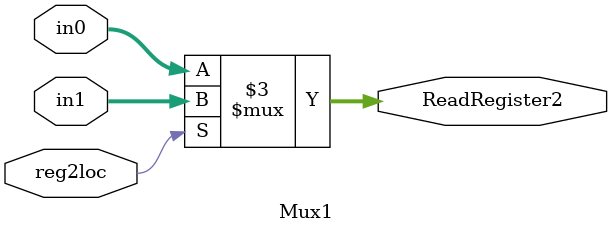
<source format=v>
`timescale 1ns / 1ps


module Mux1(ReadRegister2,reg2loc,in0,in1);

    input reg2loc;
    input [4:0] in0, in1;
    output reg [4:0] ReadRegister2;
 
    always @(reg2loc or in0 or in1) begin
        if(reg2loc) begin
            ReadRegister2 <= in1;
        end
        else begin
            ReadRegister2 <= in0;
        end
end    
endmodule

</source>
